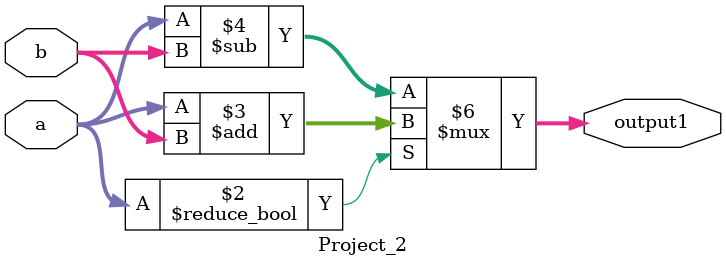
<source format=v>
`timescale 1ns / 1ps
module Project_2(

    input [3:0] a,
    input [3:0] b,
    output reg [3:0] output1
    );
    
    
    always @(*) begin
    
    if(a)
    
    output1 = a + b;
    
    else 
    
    output1 = a - b;
    
    end
     
    
endmodule

</source>
